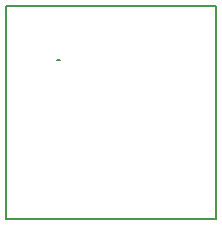
<source format=gm1>
G04*
G04 #@! TF.GenerationSoftware,Altium Limited,Altium Designer,18.0.7 (293)*
G04*
G04 Layer_Color=16711935*
%FSLAX25Y25*%
%MOIN*%
G70*
G01*
G75*
%ADD10C,0.00787*%
%ADD11C,0.00500*%
D10*
X34075Y48622D02*
X33287D01*
X34075D01*
D11*
X16181Y-4370D02*
X86181D01*
X16181D02*
Y66614D01*
X86181D01*
Y-4370D02*
Y66614D01*
M02*

</source>
